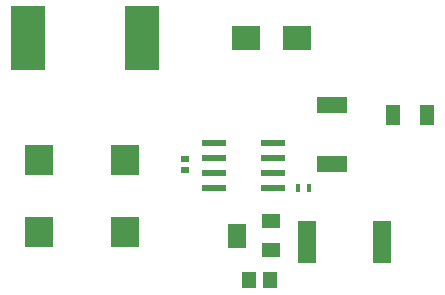
<source format=gbr>
%TF.GenerationSoftware,Altium Limited,Altium Designer,22.11.1 (43)*%
G04 Layer_Color=8421504*
%FSLAX45Y45*%
%MOMM*%
%TF.SameCoordinates,43E0CF4A-0526-4127-82AF-783748DA5692*%
%TF.FilePolarity,Positive*%
%TF.FileFunction,Paste,Top*%
%TF.Part,Single*%
G01*
G75*
%TA.AperFunction,SMDPad,CuDef*%
%ADD12R,1.60000X3.65000*%
%ADD13R,0.64000X0.50800*%
%ADD14R,1.15000X1.35000*%
%ADD15R,0.38100X0.64000*%
%ADD16R,0.38100X0.63500*%
%ADD17R,1.30000X1.80000*%
G04:AMPARAMS|DCode=18|XSize=1.97mm|YSize=0.59mm|CornerRadius=0.07375mm|HoleSize=0mm|Usage=FLASHONLY|Rotation=0.000|XOffset=0mm|YOffset=0mm|HoleType=Round|Shape=RoundedRectangle|*
%AMROUNDEDRECTD18*
21,1,1.97000,0.44250,0,0,0.0*
21,1,1.82250,0.59000,0,0,0.0*
1,1,0.14750,0.91125,-0.22125*
1,1,0.14750,-0.91125,-0.22125*
1,1,0.14750,-0.91125,0.22125*
1,1,0.14750,0.91125,0.22125*
%
%ADD18ROUNDEDRECTD18*%
%ADD19R,2.50000X1.40000*%
%ADD20R,1.60000X2.00000*%
%ADD21R,1.60000X1.30000*%
%ADD22R,2.45000X2.55000*%
%ADD23R,2.90000X5.40000*%
%ADD24R,2.45000X2.15000*%
D12*
X9673125Y8763000D02*
D03*
X10308125D02*
D03*
D13*
X8636000Y9379400D02*
D03*
Y9467400D02*
D03*
D14*
X9358500Y8445500D02*
D03*
X9183500D02*
D03*
D15*
X9685525Y9220200D02*
D03*
D16*
X9597525D02*
D03*
D17*
X10686000Y9842500D02*
D03*
X10396000D02*
D03*
D18*
X8887600Y9601200D02*
D03*
Y9474200D02*
D03*
Y9347200D02*
D03*
Y9220200D02*
D03*
X9382600D02*
D03*
Y9347200D02*
D03*
Y9474200D02*
D03*
Y9601200D02*
D03*
D19*
X9880600Y9927400D02*
D03*
Y9427400D02*
D03*
D20*
X9075200Y8820926D02*
D03*
D21*
X9365200Y8945926D02*
D03*
Y8695926D02*
D03*
D22*
X8128000Y8854200D02*
D03*
Y9459200D02*
D03*
X7401700Y8854200D02*
D03*
Y9459200D02*
D03*
D23*
X7307574Y10490200D02*
D03*
X8277574D02*
D03*
D24*
X9157600D02*
D03*
X9587600D02*
D03*
%TF.MD5,79d2c1bf5e90d1d6c9025d34889d5e84*%
M02*

</source>
